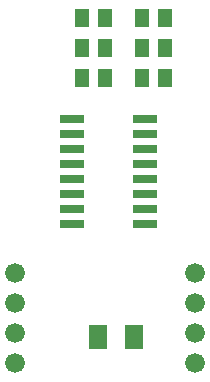
<source format=gbr>
G04 EAGLE Gerber RS-274X export*
G75*
%MOMM*%
%FSLAX34Y34*%
%LPD*%
%INSolderpaste Bottom*%
%IPPOS*%
%AMOC8*
5,1,8,0,0,1.08239X$1,22.5*%
G01*
%ADD10R,1.500000X2.000000*%
%ADD11C,1.676400*%
%ADD12R,2.032000X0.660400*%
%ADD13R,1.300000X1.600000*%


D10*
X151525Y263525D03*
X121525Y263525D03*
D11*
X50800Y241300D03*
X50800Y266700D03*
X50800Y292100D03*
X50800Y317500D03*
X203200Y241300D03*
X203200Y266700D03*
X203200Y292100D03*
X203200Y317500D03*
D12*
X99441Y358775D03*
X160909Y358775D03*
X99441Y371475D03*
X99441Y384175D03*
X160909Y371475D03*
X160909Y384175D03*
X99441Y396875D03*
X160909Y396875D03*
X99441Y409575D03*
X160909Y409575D03*
X99441Y422275D03*
X99441Y434975D03*
X160909Y422275D03*
X160909Y434975D03*
X99441Y447675D03*
X160909Y447675D03*
D13*
X107975Y482600D03*
X126975Y482600D03*
X107975Y508000D03*
X126975Y508000D03*
X107975Y533400D03*
X126975Y533400D03*
X177775Y533400D03*
X158775Y533400D03*
X177775Y508000D03*
X158775Y508000D03*
X177775Y482600D03*
X158775Y482600D03*
M02*

</source>
